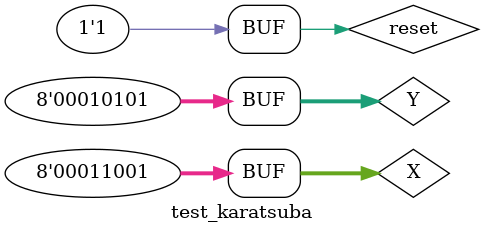
<source format=v>
`timescale 1ns/100ps

/* módulo de teste para a rom */
module test_karatsuba;
	reg [7:0] X;
    reg [7:0] Y;
	reg reset;
	wire [15:0] Z;
	
	// instância da Unit Under Test
	karatsuba uut(
		.X(X),
		.Y(Y),
		.reset(reset),
        .Z(Z)
	);
	
	// testa os produtos X*Y para diversos valores de X e Y
	initial begin
		X = 8'b00011001;
        Y = 8'b00010101;
		reset = 1'b1;
		$monitor ("X = %D; Y = %D; X*Y = %D", X, Y, Z);
		#100;
	end
endmodule
</source>
